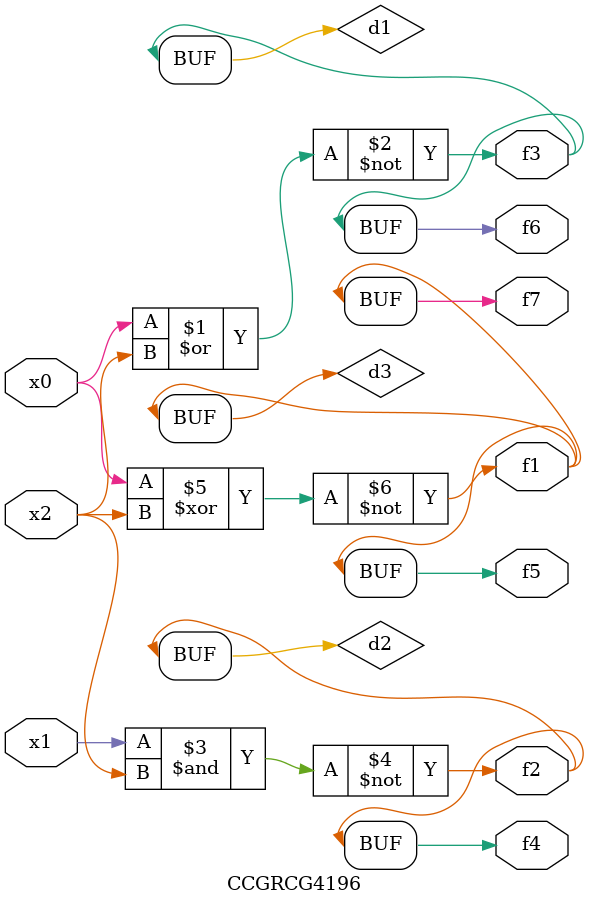
<source format=v>
module CCGRCG4196(
	input x0, x1, x2,
	output f1, f2, f3, f4, f5, f6, f7
);

	wire d1, d2, d3;

	nor (d1, x0, x2);
	nand (d2, x1, x2);
	xnor (d3, x0, x2);
	assign f1 = d3;
	assign f2 = d2;
	assign f3 = d1;
	assign f4 = d2;
	assign f5 = d3;
	assign f6 = d1;
	assign f7 = d3;
endmodule

</source>
